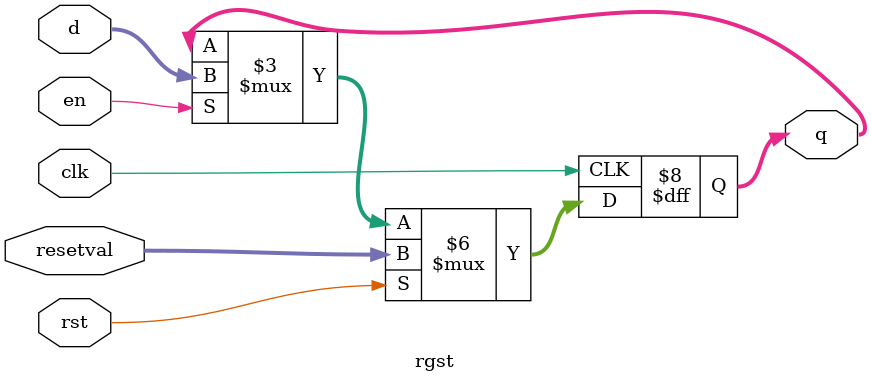
<source format=v>
`timescale 1ns / 1ps

module rgst #(parameter N=16)(
    input clk, rst, en,
    input [N-1:0]resetval,
    input [N-1:0] d,
    output reg [N-1:0] q 
);

always @(posedge clk) begin
	if(rst != 0)
		q <= resetval;
	else if(en)
		q <= d;
end

endmodule
</source>
